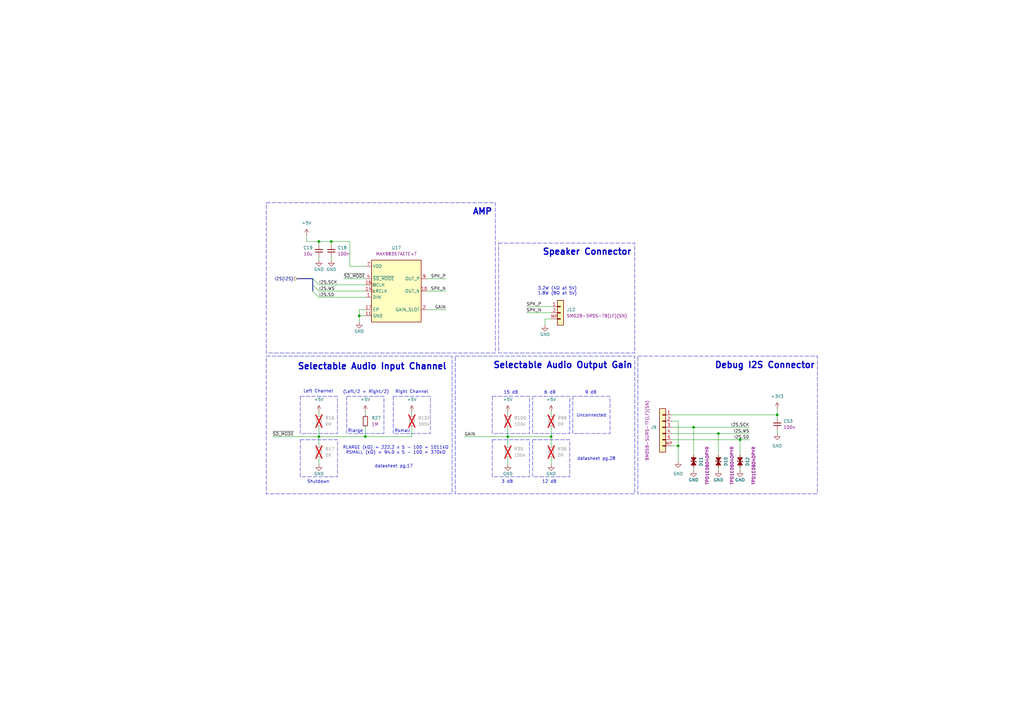
<source format=kicad_sch>
(kicad_sch (version 20231120) (generator "eeschema") (generator_version "8.0")
  (paper "A3")
  (title_block (title "Audio Latency Processing Board") (date "2025-01-20") (rev "1.2.0"))
  (lib_symbols
    (symbol "antmicroCapacitors0402:C_100n_0402" (pin_numbers hide) (pin_names hide)
      (property "Reference" "C" (at 20.32 -5.08 0))
      (property "Val" "100n" (at 20.32 -7.62 0))
      (symbol "C_100n_0402_0_1"
        (polyline (pts (xy 2.032 -1.524) (xy 2.032 1.524)) (stroke (width 0.3048)))
        (polyline (pts (xy 3.048 -1.524) (xy 3.048 1.524)) (stroke (width 0.3302)))
      )
      (symbol "C_100n_0402_1_1"
        (pin passive line (at 0 0 0) (length 2.032) (name "~") (number "1"))
        (pin passive line (at 5.08 0 180) (length 2.032) (name "~") (number "2"))
      )
    )
    (symbol "antmicroCapacitors0402:C_10u_10V_0402" (pin_numbers hide) (pin_names hide)
      (property "Reference" "C" (at 20.32 -5.08 0))
      (property "Val" "10u" (at 20.32 -7.62 0))
      (symbol "C_10u_10V_0402_0_1"
        (polyline (pts (xy 2.032 -1.524) (xy 2.032 1.524)) (stroke (width 0.3048)))
        (polyline (pts (xy 3.048 -1.524) (xy 3.048 1.524)) (stroke (width 0.3302)))
      )
      (symbol "C_10u_10V_0402_1_1"
        (pin passive line (at 0 0 0) (length 2.032) (name "~") (number "1"))
        (pin passive line (at 5.08 0 180) (length 2.032) (name "~") (number "2"))
      )
    )
    (symbol "antmicroInterfaceControllers:MAX98357A"
      (property "Reference" "U" (at 38.1 -2.54 0))
      (property "MPN" "MAX98357AETE+T" (at 38.1 -5.08 0))
      (symbol "MAX98357A_1_1"
        (rectangle (start 2.54 2.54) (end 22.86 -22.86) (stroke (width 0.254)) (fill (type background)))
        (pin input line (at 0 -12.7 0) (length 2.54) (name "DIN") (number "1"))
        (pin output line (at 25.4 -10.16 180) (length 2.54) (name "OUT_N") (number "10"))
        (pin power_in line (at 0 -20.32 0) (length 2.54) (name "GND") (number "11"))
        (pin no_connect line (at 22.86 -12.7 180) (length 2.54) hide (name "NC") (number "12"))
        (pin no_connect line (at 22.86 -16.51 180) (length 2.54) hide (name "NC") (number "13"))
        (pin input clock (at 0 -10.16 0) (length 2.54) (name "LRCLK") (number "14"))
        (pin passive line (at 0 -20.32 0) (length 2.54) hide (name "GND") (number "15"))
        (pin input clock (at 0 -7.62 0) (length 2.54) (name "BCLK") (number "16"))
        (pin free line (at 0 -17.78 0) (length 2.54) (name "EP") (number "17"))
        (pin input line (at 25.4 -17.78 180) (length 2.54) (name "GAIN_SLOT") (number "2"))
        (pin passive line (at 0 -20.32 0) (length 2.54) hide (name "GND") (number "3"))
        (pin input line (at 0 -5.08 0) (length 2.54) (name "~{SD_MODE}") (number "4"))
        (pin no_connect line (at 22.86 -13.97 180) (length 2.54) hide (name "NC") (number "5"))
        (pin no_connect line (at 22.86 -15.24 180) (length 2.54) hide (name "NC") (number "6"))
        (pin power_in line (at 0 0 0) (length 2.54) (name "VDD") (number "7"))
        (pin passive line (at 0 0 0) (length 2.54) hide (name "VDD") (number "8"))
        (pin output line (at 25.4 -5.08 180) (length 2.54) (name "OUT_P") (number "9"))
      )
    )
    (symbol "antmicroResistors0402:R_0R_0402" (pin_numbers hide) (pin_names hide)
      (property "Reference" "R" (at 20.32 -5.08 0))
      (property "Val" "0R" (at 20.32 -7.62 0))
      (symbol "R_0R_0402_0_1"
        (rectangle (start 0.635 0.889) (end 4.445 -0.889) (stroke (width 0.254)))
      )
      (symbol "R_0R_0402_1_1"
        (pin passive line (at 0 0 0) (length 0.635) (name "~") (number "1"))
        (pin passive line (at 5.08 0 180) (length 0.635) (name "~") (number "2"))
      )
    )
    (symbol "antmicroResistors0402:R_100k_0402" (pin_numbers hide) (pin_names hide)
      (property "Reference" "R" (at 20.32 -5.08 0))
      (property "Val" "100k" (at 20.32 -7.62 0))
      (symbol "R_100k_0402_0_1"
        (rectangle (start 0.635 0.889) (end 4.445 -0.889) (stroke (width 0.254)))
      )
      (symbol "R_100k_0402_1_1"
        (pin passive line (at 0 0 0) (length 0.635) (name "~") (number "1"))
        (pin passive line (at 5.08 0 180) (length 0.635) (name "~") (number "2"))
      )
    )
    (symbol "antmicroResistors0402:R_1M_0402" (pin_numbers hide) (pin_names hide)
      (property "Reference" "R" (at 20.32 -5.08 0))
      (property "Val" "1M" (at 20.32 -7.62 0))
      (symbol "R_1M_0402_0_1"
        (rectangle (start 0.635 0.889) (end 4.445 -0.889) (stroke (width 0.254)))
      )
      (symbol "R_1M_0402_1_1"
        (pin passive line (at 0 0 0) (length 0.635) (name "~") (number "1"))
        (pin passive line (at 5.08 0 180) (length 0.635) (name "~") (number "2"))
      )
    )
    (symbol "antmicroResistors0402:R_390k_0402" (pin_numbers hide) (pin_names hide)
      (property "Reference" "R" (at 20.32 -5.08 0))
      (property "Val" "390k" (at 20.32 -7.62 0))
      (symbol "R_390k_0402_0_1"
        (rectangle (start 0.635 0.889) (end 4.445 -0.889) (stroke (width 0.254)))
      )
      (symbol "R_390k_0402_1_1"
        (pin passive line (at 0 0 0) (length 0.635) (name "~") (number "1"))
        (pin passive line (at 5.08 0 180) (length 0.635) (name "~") (number "2"))
      )
    )
    (symbol "antmicroTVSDiodes:TPD1E0B04_XDFN-2" (pin_numbers hide) (pin_names hide)
      (property "Reference" "D" (at 15.24 0 0))
      (property "MPN" "TPD1E0B04DPYR" (at 15.24 -2.54 0))
      (symbol "TPD1E0B04_XDFN-2_0_0"
        (text "" (at 7.62 -1.27 0) (effects (font (size 1.27 1.27))))
      )
      (symbol "TPD1E0B04_XDFN-2_0_1"
        (polyline (pts (xy 0.635 0) (xy 4.445 0)))
      )
      (symbol "TPD1E0B04_XDFN-2_1_1"
        (polyline (pts (xy 2.54 1.016) (xy 2.159 1.016)) (stroke (width 0.254)))
        (polyline (pts (xy 2.54 1.016) (xy 2.54 -1.016)) (stroke (width 0.254)))
        (polyline (pts (xy 2.921 -1.016) (xy 2.54 -1.016)) (stroke (width 0.254)))
        (polyline (pts (xy 1.016 -1.016) (xy 1.016 1.016) (xy 2.54 0) (xy 1.016 -1.016)) (stroke (width 0.254)) (fill (type outline)))
        (polyline (pts (xy 4.064 1.016) (xy 4.064 -1.016) (xy 2.54 0) (xy 4.064 1.016)) (stroke (width 0.254)) (fill (type outline)))
        (pin passive line (at 0 0 0) (length 0.635) (name "C") (number "1"))
        (pin passive line (at 5.08 0 180) (length 0.635) (name "A") (number "2"))
      )
    )
    (symbol "antmicroWire2BoardConnectors:JST_SH_1x2_SM02B-SRSS-TB-LF-SN"
      (property "Reference" "J" (at 26.67 -3.81 0))
      (property "MPN" "SM02B-SRSS-TB(LF)(SN)" (at 26.67 -13.97 0))
      (symbol "JST_SH_1x2_SM02B-SRSS-TB-LF-SN_1_1"
        (rectangle (start 2.54 -4.953) (end 3.81 -5.207) (stroke (width 0.254)) (fill (type background)))
        (rectangle (start 2.54 -2.413) (end 3.81 -2.667) (stroke (width 0.254)) (fill (type background)))
        (rectangle (start 2.54 0.127) (end 3.81 -0.127) (stroke (width 0.254)) (fill (type background)))
        (rectangle (start 2.54 2.54) (end 5.08 -7.62) (stroke (width 0.254)) (fill (type background)))
        (pin passive line (at 0 0 0) (length 2.54) (name "~") (number "1"))
        (pin passive line (at 0 -2.54 0) (length 2.54) (name "~") (number "2"))
        (pin passive line (at 0 -5.08 0) (length 2.54) (name "~") (number "MP"))
      )
    )
    (symbol "antmicroWire2BoardConnectors:JST_SUR_1x5_BM05B-SURS-TB-LF-SN"
      (property "Reference" "J" (at 20.32 -2.54 0))
      (property "MPN" " BM05B-SURS-TF(LF)(SN)" (at 19.05 -5.08 0))
      (symbol "JST_SUR_1x5_BM05B-SURS-TB-LF-SN_1_1"
        (rectangle (start 2.54 -12.573) (end 3.81 -12.827) (stroke (width 0.254)) (fill (type background)))
        (rectangle (start 2.54 -10.033) (end 3.81 -10.287) (stroke (width 0.254)) (fill (type background)))
        (rectangle (start 2.54 -7.493) (end 3.81 -7.747) (stroke (width 0.254)) (fill (type background)))
        (rectangle (start 2.54 -4.953) (end 3.81 -5.207) (stroke (width 0.254)) (fill (type background)))
        (rectangle (start 2.54 -2.413) (end 3.81 -2.667) (stroke (width 0.254)) (fill (type background)))
        (rectangle (start 2.54 0.127) (end 3.81 -0.127) (stroke (width 0.254)) (fill (type background)))
        (rectangle (start 2.54 2.54) (end 5.08 -15.24) (stroke (width 0.254)) (fill (type background)))
        (pin passive line (at 0 0 0) (length 2.54) (name "~") (number "1"))
        (pin passive line (at 0 -2.54 0) (length 2.54) (name "~") (number "2"))
        (pin passive line (at 0 -5.08 0) (length 2.54) (name "~") (number "3"))
        (pin passive line (at 0 -7.62 0) (length 2.54) (name "~") (number "4"))
        (pin passive line (at 0 -10.16 0) (length 2.54) (name "~") (number "5"))
        (pin passive line (at 0 -12.7 0) (length 2.54) (name "~") (number "MP"))
      )
    )
    (symbol "antmicropower:+3V3" (power) (pin_numbers hide) (pin_names hide)
      (property "Value" "+3V3" (at -3.175 2.54 0))
      (symbol "+3V3_0_1"
        (polyline (pts (xy 0 0) (xy 0 2.54)))
        (polyline (pts (xy 0 2.54) (xy -0.762 1.27)))
        (polyline (pts (xy 0 2.54) (xy 0.762 1.27)))
      )
      (symbol "+3V3_1_1"
        (pin power_in line (at 0 0 90) (length 0) hide (name "+3V3") (number "1"))
      )
    )
    (symbol "antmicropower:+5V" (power) (pin_numbers hide) (pin_names hide)
      (property "Value" "+5V" (at 15.24 -5.08 0))
      (symbol "+5V_1_1"
        (polyline (pts (xy -0.762 1.27) (xy 0 2.54)) (fill (type background)))
        (polyline (pts (xy 0 0) (xy 0 2.54)) (fill (type background)))
        (polyline (pts (xy 0 2.54) (xy 0.762 1.27)) (fill (type background)))
        (pin power_in line (at 0 0 90) (length 0) (name "+5V") (number "1"))
      )
    )
    (symbol "antmicropower:GND" (power) (pin_numbers hide) (pin_names hide)
      (property "Value" "GND" (at 8.89 -5.08 0))
      (symbol "GND_1_1"
        (polyline (pts (xy 0 0) (xy 0 -1.27) (xy 1.27 -1.27) (xy 0 -2.54) (xy -1.27 -1.27) (xy 0 -1.27)))
        (pin power_in line (at 0 0 270) (length 0) (name "GND") (number "1"))
      )
    )
  )
  (junction (at 149.86 179.07))
  (junction (at 303.53 180.34))
  (junction (at 294.64 177.8))
  (junction (at 208.28 179.07))
  (junction (at 147.32 129.54))
  (junction (at 226.06 179.07))
  (junction (at 278.13 182.88))
  (junction (at 284.48 175.26))
  (junction (at 135.89 99.06))
  (junction (at 318.77 170.18))
  (junction (at 130.81 179.07))
  (junction (at 130.81 99.06))
  (bus_entry (at 128.27 116.84) (size 2.54 2.54))
  (bus_entry (at 128.27 119.38) (size 2.54 2.54))
  (bus_entry (at 128.27 114.3) (size 2.54 2.54))
  (wire (pts (xy 294.64 193.04) (xy 294.64 191.77)))
  (wire (pts (xy 149.86 129.54) (xy 147.32 129.54)))
  (wire (pts (xy 125.73 99.06) (xy 130.81 99.06)))
  (wire (pts (xy 303.53 180.34) (xy 307.34 180.34)))
  (wire (pts (xy 294.64 177.8) (xy 307.34 177.8)))
  (wire (pts (xy 168.91 179.07) (xy 168.91 175.26)))
  (wire (pts (xy 284.48 193.04) (xy 284.48 191.77)))
  (wire (pts (xy 223.52 130.81) (xy 226.06 130.81)))
  (wire (pts (xy 303.53 180.34) (xy 303.53 186.69)))
  (wire (pts (xy 111.76 179.07) (xy 130.81 179.07)))
  (wire (pts (xy 130.81 119.38) (xy 149.86 119.38)))
  (wire (pts (xy 130.81 179.07) (xy 149.86 179.07)))
  (wire (pts (xy 208.28 187.96) (xy 208.28 190.5)))
  (wire (pts (xy 226.06 182.88) (xy 226.06 179.07)))
  (wire (pts (xy 130.81 100.33) (xy 130.81 99.06)))
  (wire (pts (xy 275.59 175.26) (xy 284.48 175.26)))
  (wire (pts (xy 130.81 168.91) (xy 130.81 170.18)))
  (wire (pts (xy 147.32 129.54) (xy 147.32 132.08)))
  (wire (pts (xy 140.97 114.3) (xy 149.86 114.3)))
  (wire (pts (xy 275.59 172.72) (xy 278.13 172.72)))
  (wire (pts (xy 215.9 128.27) (xy 226.06 128.27)))
  (wire (pts (xy 130.81 187.96) (xy 130.81 190.5)))
  (wire (pts (xy 208.28 175.26) (xy 208.28 179.07)))
  (wire (pts (xy 175.26 127) (xy 182.88 127)))
  (wire (pts (xy 275.59 180.34) (xy 303.53 180.34)))
  (wire (pts (xy 125.73 96.52) (xy 125.73 99.06)))
  (wire (pts (xy 278.13 172.72) (xy 278.13 182.88)))
  (wire (pts (xy 130.81 116.84) (xy 149.86 116.84)))
  (wire (pts (xy 149.86 127) (xy 147.32 127)))
  (wire (pts (xy 275.59 170.18) (xy 318.77 170.18)))
  (wire (pts (xy 223.52 133.35) (xy 223.52 130.81)))
  (wire (pts (xy 143.51 99.06) (xy 143.51 109.22)))
  (wire (pts (xy 226.06 175.26) (xy 226.06 179.07)))
  (wire (pts (xy 143.51 109.22) (xy 149.86 109.22)))
  (wire (pts (xy 208.28 179.07) (xy 226.06 179.07)))
  (wire (pts (xy 168.91 168.91) (xy 168.91 170.18)))
  (wire (pts (xy 275.59 177.8) (xy 294.64 177.8)))
  (wire (pts (xy 147.32 127) (xy 147.32 129.54)))
  (wire (pts (xy 149.86 179.07) (xy 168.91 179.07)))
  (wire (pts (xy 226.06 187.96) (xy 226.06 190.5)))
  (wire (pts (xy 175.26 119.38) (xy 182.88 119.38)))
  (wire (pts (xy 130.81 121.92) (xy 149.86 121.92)))
  (wire (pts (xy 208.28 182.88) (xy 208.28 179.07)))
  (wire (pts (xy 130.81 179.07) (xy 130.81 182.88)))
  (wire (pts (xy 318.77 171.45) (xy 318.77 170.18)))
  (wire (pts (xy 130.81 179.07) (xy 130.81 175.26)))
  (wire (pts (xy 318.77 167.64) (xy 318.77 170.18)))
  (bus (pts (xy 121.92 114.3) (xy 128.27 114.3)))
  (wire (pts (xy 318.77 176.53) (xy 318.77 177.8)))
  (wire (pts (xy 190.5 179.07) (xy 208.28 179.07)))
  (bus (pts (xy 128.27 116.84) (xy 128.27 119.38)))
  (wire (pts (xy 303.53 193.04) (xy 303.53 191.77)))
  (wire (pts (xy 226.06 168.91) (xy 226.06 170.18)))
  (wire (pts (xy 135.89 99.06) (xy 143.51 99.06)))
  (wire (pts (xy 294.64 177.8) (xy 294.64 186.69)))
  (wire (pts (xy 149.86 179.07) (xy 149.86 175.26)))
  (bus (pts (xy 128.27 114.3) (xy 128.27 116.84)))
  (wire (pts (xy 284.48 175.26) (xy 307.34 175.26)))
  (wire (pts (xy 149.86 168.91) (xy 149.86 170.18)))
  (wire (pts (xy 135.89 100.33) (xy 135.89 99.06)))
  (wire (pts (xy 278.13 182.88) (xy 275.59 182.88)))
  (wire (pts (xy 135.89 105.41) (xy 135.89 106.68)))
  (wire (pts (xy 130.81 105.41) (xy 130.81 106.68)))
  (wire (pts (xy 208.28 168.91) (xy 208.28 170.18)))
  (wire (pts (xy 278.13 182.88) (xy 278.13 189.23)))
  (wire (pts (xy 284.48 186.69) (xy 284.48 175.26)))
  (wire (pts (xy 130.81 99.06) (xy 135.89 99.06)))
  (wire (pts (xy 215.9 125.73) (xy 226.06 125.73)))
  (wire (pts (xy 175.26 114.3) (xy 182.88 114.3)))
  (rectangle (start 109.22 146.05) (end 185.42 202.565) (stroke (width 0) (type dash)))
  (rectangle (start 218.44 180.34) (end 233.68 195.58) (stroke (width 0) (type dash)))
  (rectangle (start 201.93 180.34) (end 217.17 195.58) (stroke (width 0) (type dash)))
  (rectangle (start 218.44 162.56) (end 233.68 177.8) (stroke (width 0) (type dash)))
  (rectangle (start 201.93 162.56) (end 217.17 177.8) (stroke (width 0) (type dash)))
  (rectangle (start 234.95 162.56) (end 250.19 177.8) (stroke (width 0) (type dash)))
  (rectangle (start 142.24 162.56) (end 157.48 177.8) (stroke (width 0) (type dash)))
  (rectangle (start 109.22 83.185) (end 203.2 144.78) (stroke (width 0) (type dash)))
  (rectangle (start 123.19 180.34) (end 138.43 195.58) (stroke (width 0) (type dash)))
  (rectangle (start 261.62 146.05) (end 335.28 202.565) (stroke (width 0) (type dash)))
  (rectangle (start 161.29 162.56) (end 176.53 177.8) (stroke (width 0) (type dash)))
  (rectangle (start 123.19 162.56) (end 138.43 177.8) (stroke (width 0) (type dash)))
  (rectangle (start 204.47 99.695) (end 260.35 144.78) (stroke (width 0) (type dash)))
  (rectangle (start 186.69 146.05) (end 260.35 202.565) (stroke (width 0) (type dash)))
  (text "Left Channel" (at 130.556 160.528 0) (effects (font (size 1.27 1.27))))
  (text "Speaker Connector" (at 240.792 103.378 0) (effects (font (size 2.54 2.54) (thickness 0.508) (bold yes))))
  (text "Right Channel" (at 168.91 160.782 0) (effects (font (size 1.27 1.27))))
  (text "3 dB" (at 208.026 197.612 0) (effects (font (size 1.27 1.27))))
  (text "9 dB" (at 242.316 161.036 0) (effects (font (size 1.27 1.27))))
  (text "Selectable Audio Input Channel\n" (at 152.654 150.368 0) (effects (font (size 2.54 2.54) (thickness 0.508) (bold yes))))
  (text "datasheet pg.17" (at 161.544 191.262 0) (effects (font (size 1.27 1.27))))
  (text "6 dB" (at 225.552 161.036 0) (effects (font (size 1.27 1.27))))
  (text "AMP" (at 197.866 86.868 0) (effects (font (size 2.54 2.54) (thickness 0.508) (bold yes))))
  (text "Selectable Audio Output Gain" (at 230.886 149.86 0) (effects (font (size 2.54 2.54) (thickness 0.508) (bold yes))))
  (text "3.2W (4Ω at 5V)\n1.8W (8Ω at 5V)" (at 228.6 119.38 0) (effects (font (size 1.27 1.27))))
  (text "Rlarge" (at 145.796 176.784 0) (effects (font (size 1.27 1.27))))
  (text "Unconnected" (at 242.57 170.434 0) (effects (font (size 1.27 1.27))))
  (text "15 dB" (at 209.55 161.036 0) (effects (font (size 1.27 1.27))))
  (text "Debug I2S Connector" (at 313.69 149.86 0) (effects (font (size 2.54 2.54) (thickness 0.508) (bold yes))))
  (text "12 dB" (at 225.298 197.612 0) (effects (font (size 1.27 1.27))))
  (text "RLARGE (kΩ) = 222.2 x 5 - 100 = 1011kΩ\nRSMALL (kΩ) = 94.0 x 5 - 100 = 370kΩ\n" (at 162.306 184.658 0) (effects (font (size 1.27 1.27))))
  (text "Shutdown" (at 130.556 197.612 0) (effects (font (size 1.27 1.27))))
  (text "Rsmall" (at 165.1 176.784 0) (effects (font (size 1.27 1.27))))
  (text "(Left/2 + Right/2)" (at 150.114 160.782 0) (effects (font (size 1.27 1.27))))
  (text "datasheet pg.28" (at 244.602 188.214 0) (effects (font (size 1.27 1.27))))
  (label "SPK_N" (at 182.88 119.38 180))
  (label "I2S.SCK" (at 130.81 116.84 0))
  (label "SPK_P" (at 215.9 125.73 0))
  (label "I2S.WS" (at 307.34 177.8 180))
  (label "I2S.SD" (at 307.34 180.34 180))
  (label "SPK_P" (at 182.88 114.3 180))
  (label "SPK_N" (at 215.9 128.27 0))
  (label "GAIN" (at 182.88 127 180))
  (label "~{SD_MODE}" (at 111.76 179.07 0))
  (label "I2S.SD" (at 130.81 121.92 0))
  (label "I2S.WS" (at 130.81 119.38 0))
  (label "I2S.SCK" (at 307.34 175.26 180))
  (label "GAIN" (at 190.5 179.07 0))
  (label "~{SD_MODE}" (at 140.97 114.3 0))
  (hierarchical_label "I2S{I2S}" (shape input) (at 121.92 114.3 180))
  (symbol (lib_id "antmicroResistors0402:R_0R_0402") (at 226.06 187.96 90) (unit 1) (dnp yes)
    (property "Reference" "R36" (at 228.6 184.15 90) (effects (justify right)))
    (property "Value" "R_0R_0402" (effects (hide yes)))
    (property "Footprint" "antmicro-footprints:R_0402_1005Metric" (effects (hide yes)))
    (property "Datasheet" "https://industrial.panasonic.com/cdbs/www-data/pdf/RDA0000/AOA0000C301.pdf" (effects (hide yes)))
    (property "Description" "SMD Chip Resistor, Jumper, 0 ohm, 100 mW, 0402 [1005 Metric], Thick Film, General Purpose" (effects (hide yes)))
    (property "MPN" "ERJ2GE0R00X" (effects (hide yes)))
    (property "Manufacturer" "Panasonic" (effects (hide yes)))
    (property "License" "Apache-2.0" (effects (hide yes)))
    (property "Author" "Antmicro" (effects (hide yes)))
    (property "Val" "0R" (at 228.6 186.69 90) (effects (justify right)))
    (property "Current" "1A" (effects (hide yes)))
  )
  (symbol (lib_id "antmicroTVSDiodes:TPD1E0B04_XDFN-2") (at 294.64 191.77 270) (mirror x) (unit 1)
    (property "Reference" "D10" (at 297.688 191.262 0) (effects (justify left)))
    (property "Value" "TPD1E0B04_XDFN-2" (effects (hide yes)))
    (property "Footprint" "antmicro-footprints:XDFN-2_1x0.60mm" (effects (hide yes)))
    (property "Datasheet" "https://www.ti.com/general/docs/suppproductinfo.tsp?distId=26&gotoUrl=https://www.ti.com/lit/gpn/tpd1e0b04" (effects (hide yes)))
    (property "Manufacturer" "Texas Instruments" (effects (hide yes)))
    (property "MPN" "TPD1E0B04DPYR" (at 300.228 198.882 0) (effects (justify left)))
    (property "Author" "Antmicro" (effects (hide yes)))
    (property "License" "Apache-2.0" (effects (hide yes)))
  )
  (symbol (lib_id "antmicropower:GND") (at 294.64 193.04 0) (unit 1)
    (property "Reference" "#PWR0138" (effects (hide yes)))
    (property "Value" "GND" (at 294.64 196.85 0))
    (property "Author" "Antmicro" (effects (hide yes)))
    (property "License" "Apache-2.0" (effects (hide yes)))
  )
  (symbol (lib_id "antmicroWire2BoardConnectors:JST_SH_1x2_SM02B-SRSS-TB-LF-SN") (at 226.06 125.73 0) (unit 1)
    (property "Reference" "J12" (at 232.41 127 0) (effects (justify left)))
    (property "Value" "JST_SH_1x2_SM02B-SRSS-TB-LF-SN" (effects (hide yes)))
    (property "Footprint" "antmicro-footprints:Conn_JST_SH_1x2_SM02B-SRSS-TB-LF-SN" (effects (hide yes)))
    (property "Datasheet" "https://www.jst-mfg.com/product/pdf/eng/eSH.pdf" (effects (hide yes)))
    (property "Description" "Rectangular connector, header" (effects (hide yes)))
    (property "MPN" "SM02B-SRSS-TB(LF)(SN)" (at 232.41 129.54 0) (effects (justify left)))
    (property "Manufacturer" "JST Automotive Connectors" (effects (hide yes)))
    (property "Author" "Antmicro" (effects (hide yes)))
    (property "License" "Apache-2.0" (effects (hide yes)))
  )
  (symbol (lib_id "antmicroWire2BoardConnectors:JST_SUR_1x5_BM05B-SURS-TB-LF-SN") (at 275.59 170.18 0) (mirror y) (unit 1)
    (property "Reference" "J9" (at 269.24 175.26 0) (effects (justify left)))
    (property "Value" "JST_SUR_1x5_BM05B-SURS-TB-LF-SN" (effects (hide yes)))
    (property "Footprint" "antmicro-footprints:Conn_JST_SUR_1x5_BM05B-SURS-TF-LF-SN" (effects (hide yes)))
    (property "Datasheet" "https://www.jst.com/wp-content/uploads/2021/09/eSUR-new.pdf" (effects (hide yes)))
    (property "Description" "Pin Header, Vertical, Wire-to-Board, 0.5 mm, 1 Rows, 5 Contacts, Surface Mount Vertical, SUR" (effects (hide yes)))
    (property "MPN" " BM05B-SURS-TF(LF)(SN)" (at 265.43 189.992 90) (effects (justify left)))
    (property "Manufacturer" "JST Automotive Connectors" (effects (hide yes)))
    (property "Author" "Antmicro" (effects (hide yes)))
    (property "License" "Apache-2.0" (effects (hide yes)))
  )
  (symbol (lib_id "antmicropower:GND") (at 284.48 193.04 0) (unit 1)
    (property "Reference" "#PWR0139" (effects (hide yes)))
    (property "Value" "GND" (at 284.48 196.85 0))
    (property "Author" "Antmicro" (effects (hide yes)))
    (property "License" "Apache-2.0" (effects (hide yes)))
  )
  (symbol (lib_id "antmicropower:GND") (at 130.81 190.5 0) (unit 1)
    (property "Reference" "#PWR036" (effects (hide yes)))
    (property "Value" "GND" (at 130.81 194.31 0))
    (property "Author" "Antmicro" (effects (hide yes)))
    (property "License" "Apache-2.0" (effects (hide yes)))
  )
  (symbol (lib_id "antmicroResistors0402:R_1M_0402") (at 149.86 175.26 90) (unit 1)
    (property "Reference" "R27" (at 152.4 171.45 90) (effects (justify right)))
    (property "Value" "R_1M_0402" (effects (hide yes)))
    (property "Footprint" "antmicro-footprints:R_0402_1005Metric" (effects (hide yes)))
    (property "Datasheet" "https://www.bourns.com/docs/product-datasheets/cr.pdf" (effects (hide yes)))
    (property "Description" "SMD Chip Resistor, 1 Mohm, ± 1%, 62.5 mW, 0402 [1005 Metric], Thick Film, General Purpose" (effects (hide yes)))
    (property "MPN" "CR0402-FX-1004GLF" (effects (hide yes)))
    (property "Manufacturer" "Bourns" (effects (hide yes)))
    (property "License" "Apache-2.0" (effects (hide yes)))
    (property "Author" "Antmicro" (effects (hide yes)))
    (property "Val" "1M" (at 152.4 173.99 90) (effects (justify right)))
    (property "Tolerance" "1%" (effects (hide yes)))
  )
  (symbol (lib_id "antmicroInterfaceControllers:MAX98357A") (at 149.86 109.22 0) (unit 1)
    (property "Reference" "U17" (at 162.56 101.6 0))
    (property "Value" "MAX98357A" (effects (hide yes)))
    (property "Footprint" "antmicro-footprints:TQFN-16-1EP_3x3mm_P0.5mm" (effects (hide yes)))
    (property "Datasheet" "https://www.analog.com/media/en/technical-documentation/data-sheets/max98357a-max98357b.pdf" (effects (hide yes)))
    (property "Description" "I2S Class D Amplifier, 2.5V to 5.5V, 3.2W into 4Ω at 5V, TQFN-16" (effects (hide yes)))
    (property "Manufacturer" "Analog Devices" (effects (hide yes)))
    (property "MPN" "MAX98357AETE+T" (at 162.56 104.14 0))
    (property "Author" "Antmicro" (effects (hide yes)))
    (property "License" "Apache-2.0" (effects (hide yes)))
  )
  (symbol (lib_id "antmicropower:+5V") (at 130.81 168.91 0) (unit 1)
    (property "Reference" "#PWR035" (effects (hide yes)))
    (property "Value" "+5V" (at 130.81 163.83 0))
    (property "Author" "Antmicro" (effects (hide yes)))
    (property "License" "Apache-2.0" (effects (hide yes)))
  )
  (symbol (lib_id "antmicroResistors0402:R_100k_0402") (at 208.28 175.26 90) (unit 1) (dnp yes)
    (property "Reference" "R100" (at 210.82 171.45 90) (effects (justify right)))
    (property "Value" "R_100k_0402" (effects (hide yes)))
    (property "Footprint" "antmicro-footprints:R_0402_1005Metric" (effects (hide yes)))
    (property "Datasheet" "https://www.bourns.com/docs/product-datasheets/cr.pdf" (effects (hide yes)))
    (property "Description" "SMD Chip Resistor, 100 kohm, ± 1%, 62.5 mW, 0402 [1005 Metric], Thick Film, General Purpose" (effects (hide yes)))
    (property "MPN" "CR0402-FX-1003GLF" (effects (hide yes)))
    (property "Manufacturer" "Bourns" (effects (hide yes)))
    (property "License" "Apache-2.0" (effects (hide yes)))
    (property "Author" "Antmicro" (effects (hide yes)))
    (property "Val" "100k" (at 210.82 173.99 90) (effects (justify right)))
    (property "Tolerance" "1%" (effects (hide yes)))
  )
  (symbol (lib_id "antmicropower:GND") (at 278.13 189.23 0) (mirror y) (unit 1)
    (property "Reference" "#PWR0127" (effects (hide yes)))
    (property "Value" "GND" (at 278.13 194.31 0))
    (property "Author" "Antmicro" (effects (hide yes)))
    (property "License" "Apache-2.0" (effects (hide yes)))
  )
  (symbol (lib_id "antmicropower:GND") (at 135.89 106.68 0) (unit 1)
    (property "Reference" "#PWR033" (effects (hide yes)))
    (property "Value" "GND" (at 135.89 110.49 0))
    (property "Author" "Antmicro" (effects (hide yes)))
    (property "License" "Apache-2.0" (effects (hide yes)))
  )
  (symbol (lib_id "antmicropower:GND") (at 130.81 106.68 0) (unit 1)
    (property "Reference" "#PWR067" (effects (hide yes)))
    (property "Value" "GND" (at 130.81 110.49 0))
    (property "Author" "Antmicro" (effects (hide yes)))
    (property "License" "Apache-2.0" (effects (hide yes)))
  )
  (symbol (lib_id "antmicroCapacitors0402:C_100n_0402") (at 135.89 105.41 90) (unit 1)
    (property "Reference" "C18" (at 138.43 101.5936 90) (effects (justify right)))
    (property "Value" "C_100n_0402" (effects (hide yes)))
    (property "Footprint" "antmicro-footprints:C_0402_1005Metric" (effects (hide yes)))
    (property "Datasheet" "https://www.murata.com/products/productdetail?partno=GRM155R61H104KE14%23" (effects (hide yes)))
    (property "Description" "SMD Multilayer Ceramic Capacitor, 0.1 µF, 50 V, 0402 [1005 Metric], ± 10%, X5R, GRM Series" (effects (hide yes)))
    (property "MPN" "GRM155R61H104KE14D" (effects (hide yes)))
    (property "Manufacturer" "Murata" (effects (hide yes)))
    (property "License" "Apache-2.0" (effects (hide yes)))
    (property "Author" "Antmicro" (effects (hide yes)))
    (property "Val" "100n" (at 138.43 104.1336 90) (effects (justify right)))
    (property "Voltage" "50V" (effects (hide yes)))
    (property "Dielectric" "X5R" (effects (hide yes)))
  )
  (symbol (lib_id "antmicroTVSDiodes:TPD1E0B04_XDFN-2") (at 284.48 191.77 270) (mirror x) (unit 1)
    (property "Reference" "D11" (at 287.528 191.262 0) (effects (justify left)))
    (property "Value" "TPD1E0B04_XDFN-2" (effects (hide yes)))
    (property "Footprint" "antmicro-footprints:XDFN-2_1x0.60mm" (effects (hide yes)))
    (property "Datasheet" "https://www.ti.com/general/docs/suppproductinfo.tsp?distId=26&gotoUrl=https://www.ti.com/lit/gpn/tpd1e0b04" (effects (hide yes)))
    (property "Manufacturer" "Texas Instruments" (effects (hide yes)))
    (property "MPN" "TPD1E0B04DPYR" (at 290.068 198.882 0) (effects (justify left)))
    (property "Author" "Antmicro" (effects (hide yes)))
    (property "License" "Apache-2.0" (effects (hide yes)))
  )
  (symbol (lib_id "antmicropower:GND") (at 208.28 190.5 0) (unit 1)
    (property "Reference" "#PWR040" (effects (hide yes)))
    (property "Value" "GND" (at 208.28 194.31 0))
    (property "Author" "Antmicro" (effects (hide yes)))
    (property "License" "Apache-2.0" (effects (hide yes)))
  )
  (symbol (lib_id "antmicropower:+5V") (at 208.28 168.91 0) (unit 1)
    (property "Reference" "#PWR066" (effects (hide yes)))
    (property "Value" "+5V" (at 208.28 163.83 0))
    (property "Author" "Antmicro" (effects (hide yes)))
    (property "License" "Apache-2.0" (effects (hide yes)))
  )
  (symbol (lib_id "antmicropower:GND") (at 223.52 133.35 0) (unit 1)
    (property "Reference" "#PWR0160" (effects (hide yes)))
    (property "Value" "GND" (at 223.52 137.16 0))
    (property "Author" "Antmicro" (effects (hide yes)))
    (property "License" "Apache-2.0" (effects (hide yes)))
  )
  (symbol (lib_id "antmicropower:GND") (at 226.06 190.5 0) (unit 1)
    (property "Reference" "#PWR041" (effects (hide yes)))
    (property "Value" "GND" (at 226.06 194.31 0))
    (property "Author" "Antmicro" (effects (hide yes)))
    (property "License" "Apache-2.0" (effects (hide yes)))
  )
  (symbol (lib_id "antmicroResistors0402:R_390k_0402") (at 168.91 175.26 90) (unit 1) (dnp yes)
    (property "Reference" "R101" (at 171.45 171.45 90) (effects (justify right)))
    (property "Value" "R_390k_0402" (effects (hide yes)))
    (property "Footprint" "antmicro-footprints:R_0402_1005Metric" (effects (hide yes)))
    (property "Datasheet" "https://www.bourns.com/docs/product-datasheets/cr.pdf" (effects (hide yes)))
    (property "Description" "SMD Chip Resistor, 390 kohm, ± 1%, 100 mW, 0402 [1005 Metric], Thick Film, Precision" (effects (hide yes)))
    (property "MPN" "CR0402-FX-3903GLF" (effects (hide yes)))
    (property "Manufacturer" "Bourns" (effects (hide yes)))
    (property "License" "Apache-2.0" (effects (hide yes)))
    (property "Author" "Antmicro" (effects (hide yes)))
    (property "Val" "390k" (at 171.45 173.99 90) (effects (justify right)))
    (property "Tolerance" "1%" (effects (hide yes)))
  )
  (symbol (lib_id "antmicroResistors0402:R_0R_0402") (at 226.06 175.26 90) (unit 1) (dnp yes)
    (property "Reference" "R99" (at 228.6 171.45 90) (effects (justify right)))
    (property "Value" "R_0R_0402" (effects (hide yes)))
    (property "Footprint" "antmicro-footprints:R_0402_1005Metric" (effects (hide yes)))
    (property "Datasheet" "https://industrial.panasonic.com/cdbs/www-data/pdf/RDA0000/AOA0000C301.pdf" (effects (hide yes)))
    (property "Description" "SMD Chip Resistor, Jumper, 0 ohm, 100 mW, 0402 [1005 Metric], Thick Film, General Purpose" (effects (hide yes)))
    (property "MPN" "ERJ2GE0R00X" (effects (hide yes)))
    (property "Manufacturer" "Panasonic" (effects (hide yes)))
    (property "License" "Apache-2.0" (effects (hide yes)))
    (property "Author" "Antmicro" (effects (hide yes)))
    (property "Val" "0R" (at 228.6 173.99 90) (effects (justify right)))
    (property "Current" "1A" (effects (hide yes)))
  )
  (symbol (lib_id "antmicroCapacitors0402:C_10u_10V_0402") (at 130.81 105.41 270) (mirror x) (unit 1)
    (property "Reference" "C19" (at 128.27 101.5936 90) (effects (justify right)))
    (property "Value" "C_10u_10V_0402" (effects (hide yes)))
    (property "Footprint" "antmicro-footprints:C_0402_1005Metric" (effects (hide yes)))
    (property "Datasheet" "https://www.murata.com/products/productdetail?partno=GRM155R61A106ME11%23" (effects (hide yes)))
    (property "Description" "Multilayer Ceramic Capacitors MLCC - SMD/SMT 10 uF 10 VDC 20% 0402 X5R" (effects (hide yes)))
    (property "MPN" "GRM155R61A106ME11D" (effects (hide yes)))
    (property "Manufacturer" "Murata" (effects (hide yes)))
    (property "License" "Apache-2.0" (effects (hide yes)))
    (property "Author" "Antmicro" (effects (hide yes)))
    (property "Val" "10u" (at 128.27 104.1336 90) (effects (justify right)))
    (property "Voltage" "10V" (effects (hide yes)))
    (property "Dielectric" "X5R" (effects (hide yes)))
  )
  (symbol (lib_id "antmicropower:+5V") (at 168.91 168.91 0) (unit 1)
    (property "Reference" "#PWR038" (effects (hide yes)))
    (property "Value" "+5V" (at 168.91 163.83 0))
    (property "Author" "Antmicro" (effects (hide yes)))
    (property "License" "Apache-2.0" (effects (hide yes)))
  )
  (symbol (lib_id "antmicropower:GND") (at 147.32 132.08 0) (unit 1)
    (property "Reference" "#PWR032" (effects (hide yes)))
    (property "Value" "GND" (at 147.32 135.89 0))
    (property "Author" "Antmicro" (effects (hide yes)))
    (property "License" "Apache-2.0" (effects (hide yes)))
  )
  (symbol (lib_id "antmicropower:+3V3") (at 318.77 167.64 0) (unit 1)
    (property "Reference" "#PWR0128" (effects (hide yes)))
    (property "Value" "+3V3" (at 318.77 162.56 0))
    (property "Author" "Antmicro" (effects (hide yes)))
    (property "License" "Apache-2.0" (effects (hide yes)))
  )
  (symbol (lib_id "antmicropower:GND") (at 318.77 177.8 0) (mirror y) (unit 1)
    (property "Reference" "#PWR0129" (effects (hide yes)))
    (property "Value" "GND" (at 318.77 182.88 0))
    (property "Author" "Antmicro" (effects (hide yes)))
    (property "License" "Apache-2.0" (effects (hide yes)))
  )
  (symbol (lib_id "antmicroResistors0402:R_0R_0402") (at 130.81 175.26 90) (unit 1) (dnp yes)
    (property "Reference" "R16" (at 133.35 171.45 90) (effects (justify right)))
    (property "Value" "R_0R_0402" (effects (hide yes)))
    (property "Footprint" "antmicro-footprints:R_0402_1005Metric" (effects (hide yes)))
    (property "Datasheet" "https://industrial.panasonic.com/cdbs/www-data/pdf/RDA0000/AOA0000C301.pdf" (effects (hide yes)))
    (property "Description" "SMD Chip Resistor, Jumper, 0 ohm, 100 mW, 0402 [1005 Metric], Thick Film, General Purpose" (effects (hide yes)))
    (property "MPN" "ERJ2GE0R00X" (effects (hide yes)))
    (property "Manufacturer" "Panasonic" (effects (hide yes)))
    (property "License" "Apache-2.0" (effects (hide yes)))
    (property "Author" "Antmicro" (effects (hide yes)))
    (property "Val" "0R" (at 133.35 173.99 90) (effects (justify right)))
    (property "Current" "1A" (effects (hide yes)))
  )
  (symbol (lib_id "antmicroCapacitors0402:C_100n_0402") (at 318.77 176.53 90) (unit 1)
    (property "Reference" "C53" (at 321.31 172.7136 90) (effects (justify right)))
    (property "Value" "C_100n_0402" (effects (hide yes)))
    (property "Footprint" "antmicro-footprints:C_0402_1005Metric" (effects (hide yes)))
    (property "Datasheet" "https://www.murata.com/products/productdetail?partno=GRM155R61H104KE14%23" (effects (hide yes)))
    (property "Description" "SMD Multilayer Ceramic Capacitor, 0.1 µF, 50 V, 0402 [1005 Metric], ± 10%, X5R, GRM Series" (effects (hide yes)))
    (property "MPN" "GRM155R61H104KE14D" (effects (hide yes)))
    (property "Manufacturer" "Murata" (effects (hide yes)))
    (property "License" "Apache-2.0" (effects (hide yes)))
    (property "Author" "Antmicro" (effects (hide yes)))
    (property "Val" "100n" (at 321.31 175.2536 90) (effects (justify right)))
    (property "Voltage" "50V" (effects (hide yes)))
    (property "Dielectric" "X5R" (effects (hide yes)))
  )
  (symbol (lib_id "antmicroResistors0402:R_100k_0402") (at 208.28 187.96 90) (unit 1) (dnp yes)
    (property "Reference" "R35" (at 210.82 184.15 90) (effects (justify right)))
    (property "Value" "R_100k_0402" (effects (hide yes)))
    (property "Footprint" "antmicro-footprints:R_0402_1005Metric" (effects (hide yes)))
    (property "Datasheet" "https://www.bourns.com/docs/product-datasheets/cr.pdf" (effects (hide yes)))
    (property "Description" "SMD Chip Resistor, 100 kohm, ± 1%, 62.5 mW, 0402 [1005 Metric], Thick Film, General Purpose" (effects (hide yes)))
    (property "MPN" "CR0402-FX-1003GLF" (effects (hide yes)))
    (property "Manufacturer" "Bourns" (effects (hide yes)))
    (property "License" "Apache-2.0" (effects (hide yes)))
    (property "Author" "Antmicro" (effects (hide yes)))
    (property "Val" "100k" (at 210.82 186.69 90) (effects (justify right)))
    (property "Tolerance" "1%" (effects (hide yes)))
  )
  (symbol (lib_id "antmicropower:+5V") (at 149.86 168.91 0) (unit 1)
    (property "Reference" "#PWR037" (effects (hide yes)))
    (property "Value" "+5V" (at 149.86 163.83 0))
    (property "Author" "Antmicro" (effects (hide yes)))
    (property "License" "Apache-2.0" (effects (hide yes)))
  )
  (symbol (lib_id "antmicropower:GND") (at 303.53 193.04 0) (unit 1)
    (property "Reference" "#PWR0140" (effects (hide yes)))
    (property "Value" "GND" (at 303.53 196.85 0))
    (property "Author" "Antmicro" (effects (hide yes)))
    (property "License" "Apache-2.0" (effects (hide yes)))
  )
  (symbol (lib_id "antmicroResistors0402:R_0R_0402") (at 130.81 187.96 90) (unit 1) (dnp yes)
    (property "Reference" "R17" (at 133.35 184.15 90) (effects (justify right)))
    (property "Value" "R_0R_0402" (effects (hide yes)))
    (property "Footprint" "antmicro-footprints:R_0402_1005Metric" (effects (hide yes)))
    (property "Datasheet" "https://industrial.panasonic.com/cdbs/www-data/pdf/RDA0000/AOA0000C301.pdf" (effects (hide yes)))
    (property "Description" "SMD Chip Resistor, Jumper, 0 ohm, 100 mW, 0402 [1005 Metric], Thick Film, General Purpose" (effects (hide yes)))
    (property "MPN" "ERJ2GE0R00X" (effects (hide yes)))
    (property "Manufacturer" "Panasonic" (effects (hide yes)))
    (property "License" "Apache-2.0" (effects (hide yes)))
    (property "Author" "Antmicro" (effects (hide yes)))
    (property "Val" "0R" (at 133.35 186.69 90) (effects (justify right)))
    (property "Current" "1A" (effects (hide yes)))
  )
  (symbol (lib_id "antmicroTVSDiodes:TPD1E0B04_XDFN-2") (at 303.53 191.77 270) (mirror x) (unit 1)
    (property "Reference" "D12" (at 306.578 191.262 0) (effects (justify left)))
    (property "Value" "TPD1E0B04_XDFN-2" (effects (hide yes)))
    (property "Footprint" "antmicro-footprints:XDFN-2_1x0.60mm" (effects (hide yes)))
    (property "Datasheet" "https://www.ti.com/general/docs/suppproductinfo.tsp?distId=26&gotoUrl=https://www.ti.com/lit/gpn/tpd1e0b04" (effects (hide yes)))
    (property "Manufacturer" "Texas Instruments" (effects (hide yes)))
    (property "MPN" "TPD1E0B04DPYR" (at 309.118 198.882 0) (effects (justify left)))
    (property "Author" "Antmicro" (effects (hide yes)))
    (property "License" "Apache-2.0" (effects (hide yes)))
  )
  (symbol (lib_id "antmicropower:+5V") (at 125.73 96.52 0) (unit 1)
    (property "Reference" "#PWR034" (effects (hide yes)))
    (property "Value" "+5V" (at 125.73 91.44 0))
    (property "Author" "Antmicro" (effects (hide yes)))
    (property "License" "Apache-2.0" (effects (hide yes)))
  )
  (symbol (lib_id "antmicropower:+5V") (at 226.06 168.91 0) (unit 1)
    (property "Reference" "#PWR065" (effects (hide yes)))
    (property "Value" "+5V" (at 226.06 163.83 0))
    (property "Author" "Antmicro" (effects (hide yes)))
    (property "License" "Apache-2.0" (effects (hide yes)))
  )
)
</source>
